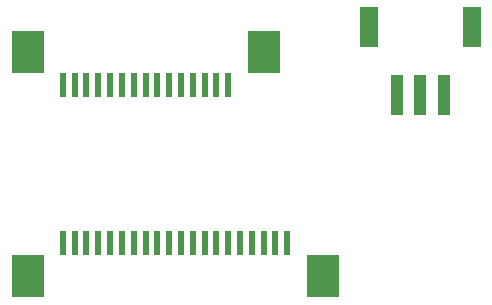
<source format=gbr>
G04 #@! TF.FileFunction,Paste,Top*
%FSLAX46Y46*%
G04 Gerber Fmt 4.6, Leading zero omitted, Abs format (unit mm)*
G04 Created by KiCad (PCBNEW 4.0.6) date 05/07/18 15:35:04*
%MOMM*%
%LPD*%
G01*
G04 APERTURE LIST*
%ADD10C,0.100000*%
%ADD11R,0.610000X2.000000*%
%ADD12R,2.680000X3.600000*%
%ADD13R,1.000000X3.500000*%
%ADD14R,1.500000X3.400000*%
G04 APERTURE END LIST*
D10*
D11*
X132000000Y-110800000D03*
X131000000Y-110800000D03*
X130000000Y-110800000D03*
X129000000Y-110800000D03*
X128000000Y-110800000D03*
X127000000Y-110800000D03*
X126000000Y-110800000D03*
X125000000Y-110800000D03*
X124000000Y-110800000D03*
X123000000Y-110800000D03*
X122000000Y-110800000D03*
X121000000Y-110800000D03*
X120000000Y-110800000D03*
X119000000Y-110800000D03*
X118000000Y-110800000D03*
D12*
X134990000Y-108000000D03*
X115010000Y-108000000D03*
D13*
X150250000Y-111625000D03*
X148250000Y-111625000D03*
X146250000Y-111625000D03*
D14*
X152600000Y-105875000D03*
X143900000Y-105875000D03*
D11*
X118000000Y-124200000D03*
X119000000Y-124200000D03*
X120000000Y-124200000D03*
X121000000Y-124200000D03*
X122000000Y-124200000D03*
X123000000Y-124200000D03*
X124000000Y-124200000D03*
X125000000Y-124200000D03*
X126000000Y-124200000D03*
X127000000Y-124200000D03*
X128000000Y-124200000D03*
X129000000Y-124200000D03*
X130000000Y-124200000D03*
X131000000Y-124200000D03*
X132000000Y-124200000D03*
X133000000Y-124200000D03*
X134000000Y-124200000D03*
X135000000Y-124200000D03*
X136000000Y-124200000D03*
X137000000Y-124200000D03*
D12*
X115010000Y-127000000D03*
X139990000Y-127000000D03*
M02*

</source>
